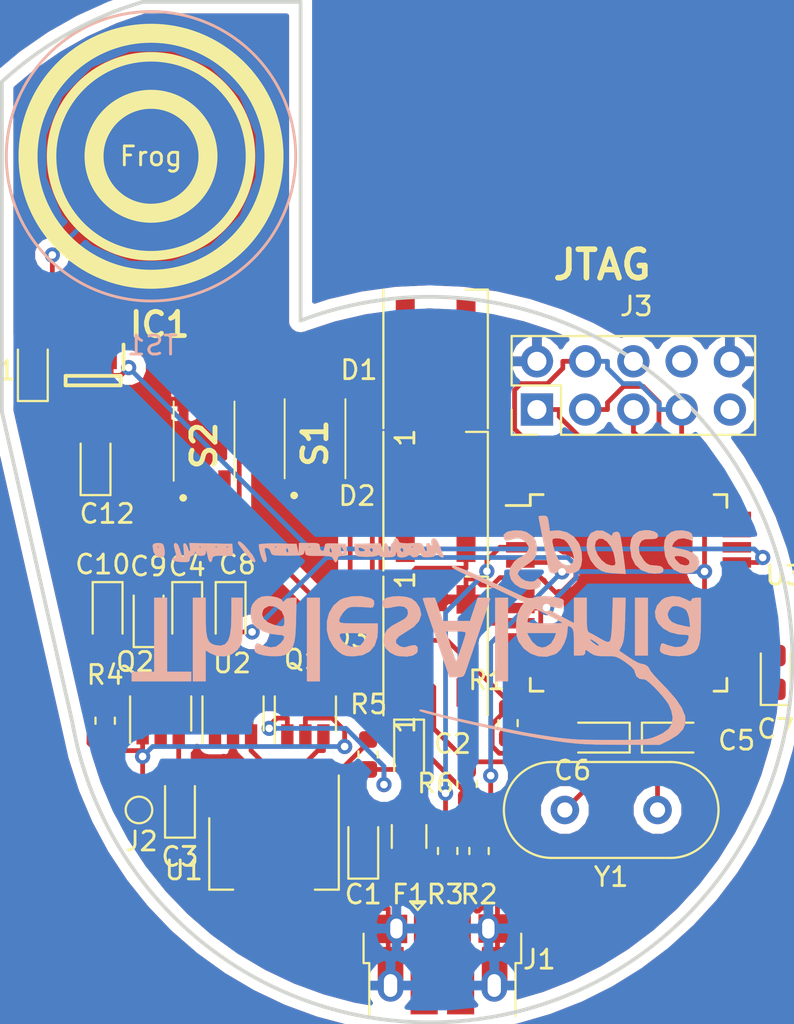
<source format=kicad_pcb>
(kicad_pcb (version 20171130) (host pcbnew "(5.0.2)-1")
  (layers (0 F.Cu signal hide) (31 B.Cu signal hide) (34 B.Paste user) (35 F.Paste user) (36 B.SilkS user) (37 F.SilkS user) (38 B.Mask user) (39 F.Mask user) (44 Edge.Cuts user))
  (net 0 "")
  (net 1 GND)
  (net 2 "Net-(C1-Pad1)")
  (net 3 VBUS)
  (net 4 "Net-(C3-Pad2)")
  (net 5 +3V3)
  (net 6 "Net-(C5-Pad1)")
  (net 7 "Net-(C6-Pad1)")
  (net 8 +5V)
  (net 9 "Net-(D1-Pad4)")
  (net 10 "Net-(D1-Pad2)")
  (net 11 "Net-(D2-Pad2)")
  (net 12 "Net-(D3-Pad2)")
  (net 13 "Net-(J1-Pad2)")
  (net 14 "Net-(J1-Pad3)")
  (net 15 "Net-(J1-Pad4)")
  (net 16 /Vin)
  (net 17 "Net-(J3-Pad1)")
  (net 18 "Net-(J3-Pad3)")
  (net 19 "Net-(J3-Pad5)")
  (net 20 /reset)
  (net 21 "Net-(J3-Pad9)")
  (net 22 /Input_Interrupt)
  (net 23 /D+)
  (net 24 /D-)
  (net 25 "Net-(U2-Pad4)")
  (net 26 "Net-(U3-Pad1)")
  (net 27 "Net-(U3-Pad6)")
  (net 28 "Net-(U3-Pad9)")
  (net 29 "Net-(U3-Pad10)")
  (net 30 "Net-(U3-Pad11)")
  (net 31 "Net-(U3-Pad18)")
  (net 32 "Net-(U3-Pad19)")
  (net 33 "Net-(U3-Pad20)")
  (net 34 "Net-(U3-Pad21)")
  (net 35 "Net-(U3-Pad22)")
  (net 36 "Net-(U3-Pad25)")
  (net 37 "Net-(U3-Pad26)")
  (net 38 "Net-(U3-Pad27)")
  (net 39 "Net-(U3-Pad28)")
  (net 40 "Net-(U3-Pad29)")
  (net 41 "Net-(U3-Pad31)")
  (net 42 "Net-(U3-Pad32)")
  (net 43 "Net-(U3-Pad33)")
  (net 44 "Net-(U3-Pad40)")
  (net 45 "Net-(U3-Pad41)")
  (net 46 /Cap-TouchSensor)
  (net 47 /Input_Int_Touch)
  (module SamacSys_Parts:PTS810SJG250SMTRLFS (layer F.Cu) (at 136.525 103.886 90)
    (fp_text reference S1 (at -0.25 0 90) (layer F.SilkS) (effects (font (size 1.27 1.27) (thickness 0.254))))
    (fp_text value PTS810SJG250SMTRLFS hide)
    (pad 4 smd rect (at 2.075 1.075 180) (size 0.65 1.05) (layers F.Cu F.Paste F.Mask) (net 22 /Input_Interrupt))
    (pad 3 smd rect (at -2.075 1.075 180) (size 0.65 1.05) (layers F.Cu F.Paste F.Mask) (net 22 /Input_Interrupt))
    (pad 2 smd rect (at 2.075 -1.075 180) (size 0.65 1.05) (layers F.Cu F.Paste F.Mask) (net 1 GND))
    (pad 1 smd rect (at -2.075 -1.075 180) (size 0.65 1.05) (layers F.Cu F.Paste F.Mask) (net 1 GND))
  )
  (module SamacSys_Parts:PTS810SJG250SMTRLFS (layer F.Cu) (at 130.683 104.013 90)
    (fp_text reference S2 (at -0.25 0 90) (layer F.SilkS) (effects (font (size 1.27 1.27) (thickness 0.254))))
    (fp_text value PTS810SJG250SMTRLFS hide)
    (pad 1 smd rect (at -2.075 -1.075 180) (size 0.65 1.05) (layers F.Cu F.Paste F.Mask) (net 1 GND))
    (pad 2 smd rect (at 2.075 -1.075 180) (size 0.65 1.05) (layers F.Cu F.Paste F.Mask) (net 1 GND))
    (pad 3 smd rect (at -2.075 1.075 180) (size 0.65 1.05) (layers F.Cu F.Paste F.Mask) (net 20 /reset))
    (pad 4 smd rect (at 2.075 1.075 180) (size 0.65 1.05) (layers F.Cu F.Paste F.Mask) (net 20 /reset))
  )
  (module FTA_FrogINT_Library_Footprint_Package:CP_EIA-2012-12_Kemet-R (layer F.Cu) (at 139.065 125.349 90)
    (fp_text reference C1 (at -2.54 0 180) (layer F.SilkS))
    (fp_text value 22µF)
    (pad 2 smd roundrect (at 0.8875 0 90) (size 1.125 1.05) (layers F.Cu F.Paste F.Mask) (roundrect_rratio 0.238095) (net 1 GND))
    (pad 1 smd roundrect (at -0.8875 0 90) (size 1.125 1.05) (layers F.Cu F.Paste F.Mask) (roundrect_rratio 0.238095) (net 2 "Net-(C1-Pad1)"))
  )
  (module FTA_FrogINT_Library_Footprint_Package:CP_EIA-2012-12_Kemet-R (layer F.Cu) (at 141.478 120.396 270)
    (fp_text reference C2 (at -0.4318 -2.286) (layer F.SilkS))
    (fp_text value 100nF)
    (pad 2 smd roundrect (at 0.8875 0 270) (size 1.125 1.05) (layers F.Cu F.Paste F.Mask) (roundrect_rratio 0.238095) (net 3 VBUS))
    (pad 1 smd roundrect (at -0.8875 0 270) (size 1.125 1.05) (layers F.Cu F.Paste F.Mask) (roundrect_rratio 0.238095) (net 1 GND))
  )
  (module FTA_FrogINT_Library_Footprint_Package:CP_EIA-2012-12_Kemet-R (layer F.Cu) (at 129.413 123.19 90)
    (fp_text reference C3 (at -2.7178 0 180) (layer F.SilkS))
    (fp_text value 100nF)
    (pad 2 smd roundrect (at 0.8875 0 90) (size 1.125 1.05) (layers F.Cu F.Paste F.Mask) (roundrect_rratio 0.238095) (net 4 "Net-(C3-Pad2)"))
    (pad 1 smd roundrect (at -0.8875 0 90) (size 1.125 1.05) (layers F.Cu F.Paste F.Mask) (roundrect_rratio 0.238095) (net 1 GND))
  )
  (module FTA_FrogINT_Library_Footprint_Package:CP_EIA-2012-12_Kemet-R (layer F.Cu) (at 129.794 113.157 270)
    (fp_text reference C4 (at -2.54 0) (layer F.SilkS))
    (fp_text value 0.1µF)
    (pad 2 smd roundrect (at 0.8875 0 270) (size 1.125 1.05) (layers F.Cu F.Paste F.Mask) (roundrect_rratio 0.238095) (net 5 +3V3))
    (pad 1 smd roundrect (at -0.8875 0 270) (size 1.125 1.05) (layers F.Cu F.Paste F.Mask) (roundrect_rratio 0.238095) (net 1 GND))
  )
  (module FTA_FrogINT_Library_Footprint_Package:CP_EIA-2012-12_Kemet-R (layer F.Cu) (at 155.448 119.634)
    (fp_text reference C5 (at 3.2766 0.1524) (layer F.SilkS))
    (fp_text value 22pF)
    (pad 2 smd roundrect (at 0.8875 0) (size 1.125 1.05) (layers F.Cu F.Paste F.Mask) (roundrect_rratio 0.238095) (net 1 GND))
    (pad 1 smd roundrect (at -0.8875 0) (size 1.125 1.05) (layers F.Cu F.Paste F.Mask) (roundrect_rratio 0.238095) (net 6 "Net-(C5-Pad1)"))
  )
  (module FTA_FrogINT_Library_Footprint_Package:CP_EIA-2012-12_Kemet-R (layer F.Cu) (at 151.384 119.634 180)
    (fp_text reference C6 (at 1.2954 -1.7272 180) (layer F.SilkS))
    (fp_text value 22pF)
    (pad 2 smd roundrect (at 0.8875 0 180) (size 1.125 1.05) (layers F.Cu F.Paste F.Mask) (roundrect_rratio 0.238095) (net 1 GND))
    (pad 1 smd roundrect (at -0.8875 0 180) (size 1.125 1.05) (layers F.Cu F.Paste F.Mask) (roundrect_rratio 0.238095) (net 7 "Net-(C6-Pad1)"))
  )
  (module FTA_FrogINT_Library_Footprint_Package:CP_EIA-2012-12_Kemet-R (layer F.Cu) (at 160.782 116.205 90)
    (fp_text reference C7 (at -2.9718 0 180) (layer F.SilkS))
    (fp_text value 0.1µF)
    (pad 2 smd roundrect (at 0.8875 0 90) (size 1.125 1.05) (layers F.Cu F.Paste F.Mask) (roundrect_rratio 0.238095) (net 5 +3V3))
    (pad 1 smd roundrect (at -0.8875 0 90) (size 1.125 1.05) (layers F.Cu F.Paste F.Mask) (roundrect_rratio 0.238095) (net 1 GND))
  )
  (module FTA_FrogINT_Library_Footprint_Package:CP_EIA-2012-12_Kemet-R (layer F.Cu) (at 132.08 113.157 270)
    (fp_text reference C8 (at -2.6416 -0.3556 180) (layer F.SilkS))
    (fp_text value 1µF)
    (pad 2 smd roundrect (at 0.8875 0 270) (size 1.125 1.05) (layers F.Cu F.Paste F.Mask) (roundrect_rratio 0.238095) (net 5 +3V3))
    (pad 1 smd roundrect (at -0.8875 0 270) (size 1.125 1.05) (layers F.Cu F.Paste F.Mask) (roundrect_rratio 0.238095) (net 1 GND))
  )
  (module FTA_FrogINT_Library_Footprint_Package:CP_EIA-2012-12_Kemet-R (layer F.Cu) (at 127.762 113.157 90)
    (fp_text reference C9 (at 2.54 0 180) (layer F.SilkS))
    (fp_text value 22µF)
    (pad 2 smd roundrect (at 0.8875 0 90) (size 1.125 1.05) (layers F.Cu F.Paste F.Mask) (roundrect_rratio 0.238095) (net 1 GND))
    (pad 1 smd roundrect (at -0.8875 0 90) (size 1.125 1.05) (layers F.Cu F.Paste F.Mask) (roundrect_rratio 0.238095) (net 8 +5V))
  )
  (module FTA_FrogINT_Library_Footprint_Package:CP_EIA-2012-12_Kemet-R (layer F.Cu) (at 125.603 113.157 270)
    (fp_text reference C10 (at -2.6416 0.254) (layer F.SilkS))
    (fp_text value 100nF)
    (pad 2 smd roundrect (at 0.8875 0 270) (size 1.125 1.05) (layers F.Cu F.Paste F.Mask) (roundrect_rratio 0.238095) (net 8 +5V))
    (pad 1 smd roundrect (at -0.8875 0 270) (size 1.125 1.05) (layers F.Cu F.Paste F.Mask) (roundrect_rratio 0.238095) (net 1 GND))
  )
  (module FTA_FrogINT_Library_Footprint_Package:CP_EIA-2012-12_Kemet-R (layer F.Cu) (at 121.666 100.203 90)
    (fp_text reference C11 (at -0.1016 -2.3368 180) (layer F.SilkS))
    (fp_text value 22pF)
    (pad 2 smd roundrect (at 0.8875 0 90) (size 1.125 1.05) (layers F.Cu F.Paste F.Mask) (roundrect_rratio 0.238095) (net 46 /Cap-TouchSensor))
    (pad 1 smd roundrect (at -0.8875 0 90) (size 1.125 1.05) (layers F.Cu F.Paste F.Mask) (roundrect_rratio 0.238095) (net 1 GND))
  )
  (module FTA_FrogINT_Library_Footprint_Package:CP_EIA-2012-12_Kemet-R (layer F.Cu) (at 124.968 105.156 90)
    (fp_text reference C12 (at -2.6924 0.6096 180) (layer F.SilkS))
    (fp_text value 100nF)
    (pad 2 smd roundrect (at 0.8875 0 90) (size 1.125 1.05) (layers F.Cu F.Paste F.Mask) (roundrect_rratio 0.238095) (net 8 +5V))
    (pad 1 smd roundrect (at -0.8875 0 90) (size 1.125 1.05) (layers F.Cu F.Paste F.Mask) (roundrect_rratio 0.238095) (net 1 GND))
  )
  (module FTA_FrogINT_Library_Footprint_Package:LED_WS2812B_PLCC4_5.0x5.0mm_P3.2mm (layer F.Cu) (at 142.875 99.695 90)
    (fp_text reference D1 (at -0.5842 -4.0386 180) (layer F.SilkS))
    (fp_text value WS2812B)
    (fp_text user 1 (at -4.15 -1.6 90) (layer F.SilkS))
    (pad 1 smd rect (at -2.45 -1.6 90) (size 1.5 1) (layers F.Cu F.Paste F.Mask) (net 5 +3V3))
    (pad 2 smd rect (at -2.45 1.6 90) (size 1.5 1) (layers F.Cu F.Paste F.Mask) (net 10 "Net-(D1-Pad2)"))
    (pad 4 smd rect (at 2.45 -1.6 90) (size 1.5 1) (layers F.Cu F.Paste F.Mask) (net 9 "Net-(D1-Pad4)"))
    (pad 3 smd rect (at 2.45 1.6 90) (size 1.5 1) (layers F.Cu F.Paste F.Mask) (net 1 GND))
  )
  (module FTA_FrogINT_Library_Footprint_Package:LED_WS2812B_PLCC4_5.0x5.0mm_P3.2mm (layer F.Cu) (at 142.875 107.188 90)
    (fp_text reference D2 (at 0.2794 -4.1402 180) (layer F.SilkS))
    (fp_text value WS2812B)
    (fp_text user 1 (at -4.15 -1.6 90) (layer F.SilkS))
    (pad 1 smd rect (at -2.45 -1.6 90) (size 1.5 1) (layers F.Cu F.Paste F.Mask) (net 5 +3V3))
    (pad 2 smd rect (at -2.45 1.6 90) (size 1.5 1) (layers F.Cu F.Paste F.Mask) (net 11 "Net-(D2-Pad2)"))
    (pad 4 smd rect (at 2.45 -1.6 90) (size 1.5 1) (layers F.Cu F.Paste F.Mask) (net 10 "Net-(D1-Pad2)"))
    (pad 3 smd rect (at 2.45 1.6 90) (size 1.5 1) (layers F.Cu F.Paste F.Mask) (net 1 GND))
  )
  (module FTA_FrogINT_Library_Footprint_Package:LED_WS2812B_PLCC4_5.0x5.0mm_P3.2mm (layer F.Cu) (at 142.875 114.808 90)
    (fp_text reference D3 (at 0.4064 -4.4704 180) (layer F.SilkS))
    (fp_text value WS2812B)
    (fp_text user 1 (at -4.15 -1.6 90) (layer F.SilkS))
    (pad 1 smd rect (at -2.45 -1.6 90) (size 1.5 1) (layers F.Cu F.Paste F.Mask) (net 5 +3V3))
    (pad 2 smd rect (at -2.45 1.6 90) (size 1.5 1) (layers F.Cu F.Paste F.Mask) (net 12 "Net-(D3-Pad2)"))
    (pad 4 smd rect (at 2.45 -1.6 90) (size 1.5 1) (layers F.Cu F.Paste F.Mask) (net 11 "Net-(D2-Pad2)"))
    (pad 3 smd rect (at 2.45 1.6 90) (size 1.5 1) (layers F.Cu F.Paste F.Mask) (net 1 GND))
  )
  (module Fuse:Fuse_1206_3216Metric (layer F.Cu) (at 141.478 124.841 270)
    (fp_text reference F1 (at 3.048 0) (layer F.SilkS))
    (fp_text value "Polyfuse MF-MSMF050-2")
    (pad 2 smd roundrect (at 1.4 0 270) (size 1.25 1.75) (layers F.Cu F.Paste F.Mask) (roundrect_rratio 0.2) (net 2 "Net-(C1-Pad1)"))
    (pad 1 smd roundrect (at -1.4 0 270) (size 1.25 1.75) (layers F.Cu F.Paste F.Mask) (roundrect_rratio 0.2) (net 3 VBUS))
  )
  (module Connector_USB:USB_Micro-B_Amphenol_10103594-0001LF_Horizontal (layer F.Cu) (at 143.256 131.572)
    (fp_text reference J1 (at 5.08 -0.254 180) (layer F.SilkS))
    (fp_text value USB_B_Mini)
    (pad 6 smd rect (at 0.935 1.385 90) (size 2.5 1.43) (layers F.Cu F.Paste F.Mask) (net 1 GND))
    (pad 6 smd rect (at -0.985 1.385 90) (size 2.5 1.43) (layers F.Cu F.Paste F.Mask) (net 1 GND))
    (pad 6 thru_hole oval (at 2.705 1.115 90) (size 1.7 1.35) (drill oval 1.2 0.7) (layers *.Cu *.Mask) (net 1 GND))
    (pad 6 thru_hole oval (at -2.755 1.115 90) (size 1.7 1.35) (drill oval 1.2 0.7) (layers *.Cu *.Mask) (net 1 GND))
    (pad 6 thru_hole oval (at 2.395 -1.885 90) (size 1.5 1.1) (drill oval 1.05 0.65) (layers *.Cu *.Mask) (net 1 GND))
    (pad 6 thru_hole oval (at -2.445 -1.885 90) (size 1.5 1.1) (drill oval 1.05 0.65) (layers *.Cu *.Mask) (net 1 GND))
    (pad 5 smd rect (at 1.275 -1.765 90) (size 1.65 0.4) (layers F.Cu F.Paste F.Mask) (net 1 GND))
    (pad 4 smd rect (at 0.625 -1.765 90) (size 1.65 0.4) (layers F.Cu F.Paste F.Mask) (net 15 "Net-(J1-Pad4)"))
    (pad 3 smd rect (at -0.025 -1.765 90) (size 1.65 0.4) (layers F.Cu F.Paste F.Mask) (net 14 "Net-(J1-Pad3)"))
    (pad 2 smd rect (at -0.675 -1.765 90) (size 1.65 0.4) (layers F.Cu F.Paste F.Mask) (net 13 "Net-(J1-Pad2)"))
    (pad 1 smd rect (at -1.325 -1.765 90) (size 1.65 0.4) (layers F.Cu F.Paste F.Mask) (net 2 "Net-(C1-Pad1)"))
    (pad 6 smd rect (at 2.875 -1.885) (size 2 1.5) (layers F.Cu F.Paste F.Mask) (net 1 GND))
    (pad 6 smd rect (at -2.875 -1.865) (size 2 1.5) (layers F.Cu F.Paste F.Mask) (net 1 GND))
    (pad 6 smd rect (at 2.975 -0.565) (size 1.825 0.7) (layers F.Cu F.Paste F.Mask) (net 1 GND))
    (pad 6 smd rect (at -2.975 -0.565) (size 1.825 0.7) (layers F.Cu F.Paste F.Mask) (net 1 GND))
    (pad 6 smd rect (at -2.755 0.185) (size 1.35 2) (layers F.Cu F.Paste F.Mask) (net 1 GND))
    (pad 6 smd rect (at 2.725 0.185) (size 1.35 2) (layers F.Cu F.Paste F.Mask) (net 1 GND))
  )
  (module FTA_FrogINT_Library_Footprint_Package:PinHeader_2x05_P2.54mm_Vertical (layer F.Cu) (at 148.209 102.362 90)
    (fp_text reference J3 (at 5.4356 5.2324 180) (layer F.SilkS))
    (fp_text value AVR-JTAG-10)
    (pad 10 thru_hole oval (at 2.54 10.16 90) (size 1.7 1.7) (drill 1) (layers *.Cu *.Mask) (net 1 GND))
    (pad 9 thru_hole oval (at 0 10.16 90) (size 1.7 1.7) (drill 1) (layers *.Cu *.Mask) (net 21 "Net-(J3-Pad9)"))
    (pad 8 thru_hole oval (at 2.54 7.62 90) (size 1.7 1.7) (drill 1) (layers *.Cu *.Mask) (net 20 /reset))
    (pad 7 thru_hole oval (at 0 7.62 90) (size 1.7 1.7) (drill 1) (layers *.Cu *.Mask) (net 5 +3V3))
    (pad 6 thru_hole oval (at 2.54 5.08 90) (size 1.7 1.7) (drill 1) (layers *.Cu *.Mask) (net 20 /reset))
    (pad 5 thru_hole oval (at 0 5.08 90) (size 1.7 1.7) (drill 1) (layers *.Cu *.Mask) (net 19 "Net-(J3-Pad5)"))
    (pad 4 thru_hole oval (at 2.54 2.54 90) (size 1.7 1.7) (drill 1) (layers *.Cu *.Mask) (net 5 +3V3))
    (pad 3 thru_hole oval (at 0 2.54 90) (size 1.7 1.7) (drill 1) (layers *.Cu *.Mask) (net 18 "Net-(J3-Pad3)"))
    (pad 2 thru_hole oval (at 2.54 0 90) (size 1.7 1.7) (drill 1) (layers *.Cu *.Mask) (net 1 GND))
    (pad 1 thru_hole rect (at 0 0 90) (size 1.7 1.7) (drill 1) (layers *.Cu *.Mask) (net 17 "Net-(J3-Pad1)"))
  )
  (module Package_TO_SOT_SMD:SOT-23-6 (layer F.Cu) (at 136.017 118.364 90)
    (fp_text reference Q1 (at 2.8448 -0.127 180) (layer F.SilkS))
    (fp_text value PMV48XP)
    (pad 5 smd rect (at 1.1 0 90) (size 1.06 0.65) (layers F.Cu F.Paste F.Mask))
    (pad 6 smd rect (at 1.1 -0.95 90) (size 1.06 0.65) (layers F.Cu F.Paste F.Mask))
    (pad 4 smd rect (at 1.1 0.95 90) (size 1.06 0.65) (layers F.Cu F.Paste F.Mask))
    (pad 3 smd rect (at -1.1 0.95 90) (size 1.06 0.65) (layers F.Cu F.Paste F.Mask) (net 8 +5V))
    (pad 2 smd rect (at -1.1 0 90) (size 1.06 0.65) (layers F.Cu F.Paste F.Mask) (net 16 /Vin))
    (pad 1 smd rect (at -1.1 -0.95 90) (size 1.06 0.65) (layers F.Cu F.Paste F.Mask) (net 3 VBUS))
  )
  (module Package_TO_SOT_SMD:SOT-23-6 (layer F.Cu) (at 128.397 118.364 90)
    (fp_text reference Q2 (at 2.7178 -1.3462 180) (layer F.SilkS))
    (fp_text value PMV48XP)
    (pad 5 smd rect (at 1.1 0 90) (size 1.06 0.65) (layers F.Cu F.Paste F.Mask))
    (pad 6 smd rect (at 1.1 -0.95 90) (size 1.06 0.65) (layers F.Cu F.Paste F.Mask))
    (pad 4 smd rect (at 1.1 0.95 90) (size 1.06 0.65) (layers F.Cu F.Paste F.Mask))
    (pad 3 smd rect (at -1.1 0.95 90) (size 1.06 0.65) (layers F.Cu F.Paste F.Mask) (net 4 "Net-(C3-Pad2)"))
    (pad 2 smd rect (at -1.1 0 90) (size 1.06 0.65) (layers F.Cu F.Paste F.Mask) (net 8 +5V))
    (pad 1 smd rect (at -1.1 -0.95 90) (size 1.06 0.65) (layers F.Cu F.Paste F.Mask) (net 16 /Vin))
  )
  (module FTA_FrogINT_Library_Footprint_Package:R_0603_1608Metric (layer F.Cu) (at 146.685 118.872 90)
    (fp_text reference R1 (at 2.2606 -1.1176 180) (layer F.SilkS))
    (fp_text value 10k)
    (pad 2 smd roundrect (at 0.7875 0 90) (size 0.875 0.95) (layers F.Cu F.Paste F.Mask) (net 22 /Input_Interrupt))
    (pad 1 smd roundrect (at -0.7875 0 90) (size 0.875 0.95) (layers F.Cu F.Paste F.Mask) (net 5 +3V3))
  )
  (module FTA_FrogINT_Library_Footprint_Package:R_0603_1608Metric (layer F.Cu) (at 145.161 125.603 270)
    (fp_text reference R2 (at 2.286 0) (layer F.SilkS))
    (fp_text value 22)
    (pad 2 smd roundrect (at 0.7875 0 270) (size 0.875 0.95) (layers F.Cu F.Paste F.Mask) (net 14 "Net-(J1-Pad3)"))
    (pad 1 smd roundrect (at -0.7875 0 270) (size 0.875 0.95) (layers F.Cu F.Paste F.Mask) (net 23 /D+))
  )
  (module FTA_FrogINT_Library_Footprint_Package:R_0603_1608Metric (layer F.Cu) (at 143.51 125.603 270)
    (fp_text reference R3 (at 2.286 0.127) (layer F.SilkS))
    (fp_text value 22)
    (pad 2 smd roundrect (at 0.7875 0 270) (size 0.875 0.95) (layers F.Cu F.Paste F.Mask) (net 13 "Net-(J1-Pad2)"))
    (pad 1 smd roundrect (at -0.7875 0 270) (size 0.875 0.95) (layers F.Cu F.Paste F.Mask) (net 24 /D-))
  )
  (module FTA_FrogINT_Library_Footprint_Package:R_0603_1608Metric (layer F.Cu) (at 125.476 118.745 90)
    (fp_text reference R4 (at 2.413 0 180) (layer F.SilkS))
    (fp_text value 10k)
    (pad 2 smd roundrect (at 0.7875 0 90) (size 0.875 0.95) (layers F.Cu F.Paste F.Mask) (net 1 GND))
    (pad 1 smd roundrect (at -0.7875 0 90) (size 0.875 0.95) (layers F.Cu F.Paste F.Mask) (net 16 /Vin))
  )
  (module FTA_FrogINT_Library_Footprint_Package:R_0603_1608Metric (layer F.Cu) (at 139.319 120.523 90)
    (fp_text reference R5 (at 2.6416 0.0254 180) (layer F.SilkS))
    (fp_text value 10k)
    (pad 2 smd roundrect (at 0.7875 0 90) (size 0.875 0.95) (layers F.Cu F.Paste F.Mask) (net 1 GND))
    (pad 1 smd roundrect (at -0.7875 0 90) (size 0.875 0.95) (layers F.Cu F.Paste F.Mask) (net 3 VBUS))
  )
  (module FTA_FrogINT_Library_Footprint_Package:R_0603_1608Metric (layer F.Cu) (at 144.526 122.072 90)
    (fp_text reference R6 (at 0.0255 -1.651 180) (layer F.SilkS))
    (fp_text value 10k)
    (pad 2 smd roundrect (at 0.7875 0 90) (size 0.875 0.95) (layers F.Cu F.Paste F.Mask) (net 20 /reset))
    (pad 1 smd roundrect (at -0.7875 0 90) (size 0.875 0.95) (layers F.Cu F.Paste F.Mask) (net 5 +3V3))
  )
  (module FTA_FrogINT_Library_Footprint_Package:CapacitiveTouchSense_Bottom_10mm (layer F.Cu) (at 127.889 89.027)
    (fp_text reference TS1 (at 0.0762 9.9568) (layer B.SilkS) (effects (justify mirror)))
    (fp_text value TouchSense)
    (fp_text user Frog (at 0 0) (layer F.SilkS))
    (pad 1 smd circle (at 0 0) (size 10 10) (layers B.Cu B.Paste B.Mask) (net 46 /Cap-TouchSensor))
  )
  (module Package_TO_SOT_SMD:SOT-223-3_TabPin2 (layer F.Cu) (at 134.366 125.73 270)
    (fp_text reference U1 (at 0.889 4.7498) (layer F.SilkS))
    (fp_text value NCP1117-5.0_SOT223)
    (pad 1 smd rect (at -3.15 -2.3 270) (size 2 1.5) (layers F.Cu F.Paste F.Mask) (net 1 GND))
    (pad 3 smd rect (at -3.15 2.3 270) (size 2 1.5) (layers F.Cu F.Paste F.Mask) (net 4 "Net-(C3-Pad2)"))
    (pad 2 smd rect (at -3.15 0 270) (size 2 1.5) (layers F.Cu F.Paste F.Mask) (net 8 +5V))
    (pad 2 smd rect (at 3.15 0 270) (size 2 3.8) (layers F.Cu F.Paste F.Mask) (net 8 +5V))
  )
  (module Package_TO_SOT_SMD:SOT-23-5 (layer F.Cu) (at 132.207 118.364 90)
    (fp_text reference U2 (at 2.6416 -0.0508 180) (layer F.SilkS))
    (fp_text value LP2985-3.3)
    (pad 5 smd rect (at 1.1 -0.95 90) (size 1.06 0.65) (layers F.Cu F.Paste F.Mask) (net 5 +3V3))
    (pad 4 smd rect (at 1.1 0.95 90) (size 1.06 0.65) (layers F.Cu F.Paste F.Mask) (net 25 "Net-(U2-Pad4)"))
    (pad 3 smd rect (at -1.1 0.95 90) (size 1.06 0.65) (layers F.Cu F.Paste F.Mask) (net 8 +5V))
    (pad 2 smd rect (at -1.1 0 90) (size 1.06 0.65) (layers F.Cu F.Paste F.Mask) (net 1 GND))
    (pad 1 smd rect (at -1.1 -0.95 90) (size 1.06 0.65) (layers F.Cu F.Paste F.Mask) (net 8 +5V))
  )
  (module FTA_FrogINT_Library_Footprint_Package:TQFP-44_10x10mm_P0.8mm (layer F.Cu) (at 153.035 112.014)
    (fp_text reference U3 (at 8.2042 -0.9144) (layer F.SilkS))
    (fp_text value ATmega16U4RC-AU)
    (pad 44 smd rect (at -4 -5.7 90) (size 1.5 0.55) (layers F.Cu F.Paste F.Mask) (net 5 +3V3))
    (pad 43 smd rect (at -3.2 -5.7 90) (size 1.5 0.55) (layers F.Cu F.Paste F.Mask) (net 1 GND))
    (pad 42 smd rect (at -2.4 -5.7 90) (size 1.5 0.55) (layers F.Cu F.Paste F.Mask) (net 5 +3V3))
    (pad 41 smd rect (at -1.6 -5.7 90) (size 1.5 0.55) (layers F.Cu F.Paste F.Mask) (net 45 "Net-(U3-Pad41)"))
    (pad 40 smd rect (at -0.8 -5.7 90) (size 1.5 0.55) (layers F.Cu F.Paste F.Mask) (net 44 "Net-(U3-Pad40)"))
    (pad 39 smd rect (at 0 -5.7 90) (size 1.5 0.55) (layers F.Cu F.Paste F.Mask) (net 17 "Net-(J3-Pad1)"))
    (pad 38 smd rect (at 0.8 -5.7 90) (size 1.5 0.55) (layers F.Cu F.Paste F.Mask) (net 19 "Net-(J3-Pad5)"))
    (pad 37 smd rect (at 1.6 -5.7 90) (size 1.5 0.55) (layers F.Cu F.Paste F.Mask) (net 18 "Net-(J3-Pad3)"))
    (pad 36 smd rect (at 2.4 -5.7 90) (size 1.5 0.55) (layers F.Cu F.Paste F.Mask) (net 21 "Net-(J3-Pad9)"))
    (pad 35 smd rect (at 3.2 -5.7 90) (size 1.5 0.55) (layers F.Cu F.Paste F.Mask) (net 1 GND))
    (pad 34 smd rect (at 4 -5.7 90) (size 1.5 0.55) (layers F.Cu F.Paste F.Mask) (net 5 +3V3))
    (pad 33 smd rect (at 5.7 -4) (size 1.5 0.55) (layers F.Cu F.Paste F.Mask) (net 43 "Net-(U3-Pad33)"))
    (pad 32 smd rect (at 5.7 -3.2) (size 1.5 0.55) (layers F.Cu F.Paste F.Mask) (net 42 "Net-(U3-Pad32)"))
    (pad 31 smd rect (at 5.7 -2.4) (size 1.5 0.55) (layers F.Cu F.Paste F.Mask) (net 41 "Net-(U3-Pad31)"))
    (pad 30 smd rect (at 5.7 -1.6) (size 1.5 0.55) (layers F.Cu F.Paste F.Mask) (net 47 /Input_Int_Touch))
    (pad 29 smd rect (at 5.7 -0.8) (size 1.5 0.55) (layers F.Cu F.Paste F.Mask) (net 40 "Net-(U3-Pad29)"))
    (pad 28 smd rect (at 5.7 0) (size 1.5 0.55) (layers F.Cu F.Paste F.Mask) (net 39 "Net-(U3-Pad28)"))
    (pad 27 smd rect (at 5.7 0.8) (size 1.5 0.55) (layers F.Cu F.Paste F.Mask) (net 38 "Net-(U3-Pad27)"))
    (pad 26 smd rect (at 5.7 1.6) (size 1.5 0.55) (layers F.Cu F.Paste F.Mask) (net 37 "Net-(U3-Pad26)"))
    (pad 25 smd rect (at 5.7 2.4) (size 1.5 0.55) (layers F.Cu F.Paste F.Mask) (net 36 "Net-(U3-Pad25)"))
    (pad 24 smd rect (at 5.7 3.2) (size 1.5 0.55) (layers F.Cu F.Paste F.Mask) (net 5 +3V3))
    (pad 23 smd rect (at 5.7 4) (size 1.5 0.55) (layers F.Cu F.Paste F.Mask) (net 1 GND))
    (pad 22 smd rect (at 4 5.7 90) (size 1.5 0.55) (layers F.Cu F.Paste F.Mask) (net 35 "Net-(U3-Pad22)"))
    (pad 21 smd rect (at 3.2 5.7 90) (size 1.5 0.55) (layers F.Cu F.Paste F.Mask) (net 34 "Net-(U3-Pad21)"))
    (pad 20 smd rect (at 2.4 5.7 90) (size 1.5 0.55) (layers F.Cu F.Paste F.Mask) (net 33 "Net-(U3-Pad20)"))
    (pad 19 smd rect (at 1.6 5.7 90) (size 1.5 0.55) (layers F.Cu F.Paste F.Mask) (net 32 "Net-(U3-Pad19)"))
    (pad 18 smd rect (at 0.8 5.7 90) (size 1.5 0.55) (layers F.Cu F.Paste F.Mask) (net 31 "Net-(U3-Pad18)"))
    (pad 17 smd rect (at 0 5.7 90) (size 1.5 0.55) (layers F.Cu F.Paste F.Mask) (net 6 "Net-(C5-Pad1)"))
    (pad 16 smd rect (at -0.8 5.7 90) (size 1.5 0.55) (layers F.Cu F.Paste F.Mask) (net 7 "Net-(C6-Pad1)"))
    (pad 15 smd rect (at -1.6 5.7 90) (size 1.5 0.55) (layers F.Cu F.Paste F.Mask) (net 1 GND))
    (pad 14 smd rect (at -2.4 5.7 90) (size 1.5 0.55) (layers F.Cu F.Paste F.Mask) (net 5 +3V3))
    (pad 13 smd rect (at -3.2 5.7 90) (size 1.5 0.55) (layers F.Cu F.Paste F.Mask) (net 20 /reset))
    (pad 12 smd rect (at -4 5.7 90) (size 1.5 0.55) (layers F.Cu F.Paste F.Mask) (net 22 /Input_Interrupt))
    (pad 11 smd rect (at -5.7 4) (size 1.5 0.55) (layers F.Cu F.Paste F.Mask) (net 30 "Net-(U3-Pad11)"))
    (pad 10 smd rect (at -5.7 3.2) (size 1.5 0.55) (layers F.Cu F.Paste F.Mask) (net 29 "Net-(U3-Pad10)"))
    (pad 9 smd rect (at -5.7 2.4) (size 1.5 0.55) (layers F.Cu F.Paste F.Mask) (net 28 "Net-(U3-Pad9)"))
    (pad 8 smd rect (at -5.7 1.6) (size 1.5 0.55) (layers F.Cu F.Paste F.Mask) (net 9 "Net-(D1-Pad4)"))
    (pad 7 smd rect (at -5.7 0.8) (size 1.5 0.55) (layers F.Cu F.Paste F.Mask) (net 5 +3V3))
    (pad 6 smd rect (at -5.7 0) (size 1.5 0.55) (layers F.Cu F.Paste F.Mask) (net 27 "Net-(U3-Pad6)"))
    (pad 5 smd rect (at -5.7 -0.8) (size 1.5 0.55) (layers F.Cu F.Paste F.Mask) (net 1 GND))
    (pad 4 smd rect (at -5.7 -1.6) (size 1.5 0.55) (layers F.Cu F.Paste F.Mask) (net 23 /D+))
    (pad 3 smd rect (at -5.7 -2.4) (size 1.5 0.55) (layers F.Cu F.Paste F.Mask) (net 24 /D-))
    (pad 2 smd rect (at -5.7 -3.2) (size 1.5 0.55) (layers F.Cu F.Paste F.Mask) (net 5 +3V3))
    (pad 1 smd rect (at -5.7 -4) (size 1.5 0.55) (layers F.Cu F.Paste F.Mask) (net 26 "Net-(U3-Pad1)"))
  )
  (module FTA_FrogINT_Library_Footprint_Package:Crystal_HC49-U_Vertical (layer F.Cu) (at 154.559 123.444 180)
    (fp_text reference Y1 (at 2.44 -3.525 180) (layer F.SilkS))
    (fp_text value 16MHz)
    (pad 2 thru_hole circle (at 4.88 0 180) (size 1.5 1.5) (drill 0.8) (layers *.Cu *.Mask) (net 7 "Net-(C6-Pad1)"))
    (pad 1 thru_hole circle (at 0 0 180) (size 1.5 1.5) (drill 0.8) (layers *.Cu *.Mask) (net 6 "Net-(C5-Pad1)"))
  )
  (module SamacSys_Parts:SOT95P285X126-6N (layer F.Cu) (at 124.841 100.838 270)
    (fp_text reference IC1 (at -2.9464 -3.5052) (layer F.SilkS) (effects (font (size 1.27 1.27) (thickness 0.254))))
    (fp_text value TTP223-BA6 hide)
    (pad 6 smd rect (at 1.25 -0.95) (size 0.6 1.3) (layers F.Cu F.Paste F.Mask) (net 1 GND))
    (pad 5 smd rect (at 1.25 0) (size 0.6 1.3) (layers F.Cu F.Paste F.Mask) (net 8 +5V))
    (pad 4 smd rect (at 1.25 0.95) (size 0.6 1.3) (layers F.Cu F.Paste F.Mask) (net 1 GND))
    (pad 3 smd rect (at -1.25 0.95) (size 0.6 1.3) (layers F.Cu F.Paste F.Mask) (net 46 /Cap-TouchSensor))
    (pad 2 smd rect (at -1.25 0) (size 0.6 1.3) (layers F.Cu F.Paste F.Mask) (net 1 GND))
    (pad 1 smd rect (at -1.25 -0.95) (size 0.6 1.3) (layers F.Cu F.Paste F.Mask) (net 47 /Input_Int_Touch))
  )
  (module TestPoint:TestPoint_Pad_D1.0mm (layer F.Cu) (at 127.254 123.444 180)
    (fp_text reference J2 (at -0.127 -1.651 180) (layer F.SilkS))
    (fp_text value Conn_01x01_Female)
    (pad 1 smd circle (at 0 0 180) (size 1 1) (layers F.Cu F.Mask) (net 16 /Vin))
  )
  (module FTA_FrogINT_Library_Footprint_Package:Logo_Thales_Silk_Bottom (layer F.Cu) (at 141.859 114.046)
    (fp_text reference G*** hide)
    (fp_text value LOGO hide)
  )
  (gr_arc (start 132.894835 99.132855) (end 127.443439 80.899) (angle -25.85770749) (layer Edge.Cuts) (width 0.2))
  (gr_line (start 120.036762 85.102133) (end 120.036762 102.47581) (layer Edge.Cuts) (width 0.2))
  (gr_line (start 135.763 80.899) (end 127.443439 80.899) (layer Edge.Cuts) (width 0.2))
  (gr_line (start 120.036762 102.47581) (end 123.749527 118.844179) (layer Edge.Cuts) (width 0.2))
  (gr_arc (start 142.559374 115.527607) (end 123.749527 118.844179) (angle -280.8447179) (layer Edge.Cuts) (width 0.2))
  (gr_line (start 135.763 80.899) (end 135.763 97.677696) (layer Edge.Cuts) (width 0.2))
  (gr_text JTAG (at 151.638 94.742) (layer F.SilkS) (effects (font (size 1.5 1.5) (thickness 0.3))))
  (segment (start 150.2599 107.3893) (end 149.9476 107.3893) (width 0.25) (layer F.Cu) (net 1))
  (segment (start 149.9476 107.3893) (end 149.835 107.2767) (width 0.25) (layer F.Cu) (net 1))
  (segment (start 156.235 107.3893) (end 150.2599 107.3893) (width 0.25) (layer F.Cu) (net 1))
  (segment (start 149.334 112.1376) (end 150.2599 111.2117) (width 0.25) (layer F.Cu) (net 1))
  (segment (start 150.2599 111.2117) (end 150.2599 107.3893) (width 0.25) (layer F.Cu) (net 1))
  (segment (start 149.334 112.1376) (end 151.435 114.2387) (width 0.25) (layer F.Cu) (net 1))
  (segment (start 151.435 114.2387) (end 151.435 116.014) (width 0.25) (layer F.Cu) (net 1))
  (segment (start 148.4103 111.214) (end 149.334 112.1376) (width 0.25) (layer F.Cu) (net 1))
  (segment (start 151.435 116.7513) (end 151.435 116.014) (width 0.25) (layer F.Cu) (net 1))
  (segment (start 158.735 116.014) (end 151.435 116.014) (width 0.25) (layer F.Cu) (net 1))
  (segment (start 144.475 98.3203) (end 143.3555 98.3203) (width 0.25) (layer F.Cu) (net 1))
  (segment (start 143.3555 98.3203) (end 139.9924 101.6834) (width 0.25) (layer F.Cu) (net 1))
  (segment (start 139.9924 101.6834) (end 139.9924 112.8427) (width 0.25) (layer F.Cu) (net 1))
  (segment (start 139.9924 112.8427) (end 140.5948 113.4451) (width 0.25) (layer F.Cu) (net 1))
  (segment (start 140.5948 113.4451) (end 141.9314 113.4451) (width 0.25) (layer F.Cu) (net 1))
  (segment (start 141.9314 113.4451) (end 143.0185 112.358) (width 0.25) (layer F.Cu) (net 1))
  (segment (start 143.0185 112.358) (end 144.475 112.358) (width 0.25) (layer F.Cu) (net 1))
  (segment (start 145.9767 99.822) (end 144.475 98.3203) (width 0.25) (layer F.Cu) (net 1))
  (segment (start 144.475 111.2827) (end 144.9539 111.2827) (width 0.25) (layer F.Cu) (net 1))
  (segment (start 144.9539 111.2827) (end 145.273 111.6018) (width 0.25) (layer F.Cu) (net 1))
  (segment (start 145.273 111.6018) (end 145.8739 111.6018) (width 0.25) (layer F.Cu) (net 1))
  (segment (start 145.8739 111.6018) (end 146.2617 111.214) (width 0.25) (layer F.Cu) (net 1))
  (segment (start 146.2617 111.214) (end 147.335 111.214) (width 0.25) (layer F.Cu) (net 1))
  (segment (start 151.435 117.714) (end 151.435 116.7513) (width 0.25) (layer F.Cu) (net 1))
  (segment (start 132.1257 124.0775) (end 129.413 124.0775) (width 0.25) (layer F.Cu) (net 1))
  (segment (start 132.207 120.3193) (end 133.1414 121.2537) (width 0.25) (layer F.Cu) (net 1))
  (segment (start 133.1414 121.2537) (end 133.1414 123.729) (width 0.25) (layer F.Cu) (net 1))
  (segment (start 133.1414 123.729) (end 132.7929 124.0775) (width 0.25) (layer F.Cu) (net 1))
  (segment (start 132.7929 124.0775) (end 132.1257 124.0775) (width 0.25) (layer F.Cu) (net 1))
  (segment (start 138.1712 126.8251) (end 138.1712 128.4349) (width 0.25) (layer F.Cu) (net 1))
  (segment (start 138.1712 128.4349) (end 136.3718 130.2343) (width 0.25) (layer F.Cu) (net 1))
  (segment (start 136.3718 130.2343) (end 132.3204 130.2343) (width 0.25) (layer F.Cu) (net 1))
  (segment (start 132.3204 130.2343) (end 132.1257 130.0396) (width 0.25) (layer F.Cu) (net 1))
  (segment (start 132.1257 130.0396) (end 132.1257 124.0775) (width 0.25) (layer F.Cu) (net 1))
  (segment (start 139.065 124.4615) (end 138.1712 125.3553) (width 0.25) (layer F.Cu) (net 1))
  (segment (start 138.1712 125.3553) (end 138.1712 126.8251) (width 0.25) (layer F.Cu) (net 1))
  (segment (start 138.1712 126.8251) (end 139.9778 128.6317) (width 0.25) (layer F.Cu) (net 1))
  (segment (start 139.9778 128.6317) (end 140.381 128.6317) (width 0.25) (layer F.Cu) (net 1))
  (segment (start 144.475 112.358) (end 144.475 111.2827) (width 0.25) (layer F.Cu) (net 1))
  (segment (start 147.8727 111.214) (end 147.335 111.214) (width 0.25) (layer F.Cu) (net 1))
  (segment (start 147.8727 111.214) (end 148.4103 111.214) (width 0.25) (layer F.Cu) (net 1))
  (segment (start 124.1914 106.0435) (end 124.1914 116.6729) (width 0.25) (layer F.Cu) (net 1))
  (segment (start 124.1914 116.6729) (end 125.476 117.9575) (width 0.25) (layer F.Cu) (net 1))
  (segment (start 123.891 102.088) (end 123.891 105.7431) (width 0.25) (layer F.Cu) (net 1))
  (segment (start 123.891 105.7431) (end 124.1914 106.0435) (width 0.25) (layer F.Cu) (net 1))
  (segment (start 124.1914 106.0435) (end 124.968 106.0435) (width 0.25) (layer F.Cu) (net 1))
  (segment (start 144.475 104.738) (end 145.9767 103.2363) (width 0.25) (layer F.Cu) (net 1))
  (segment (start 145.9767 103.2363) (end 145.9767 99.822) (width 0.25) (layer F.Cu) (net 1))
  (segment (start 137.7413 122.58) (end 137.7413 121.4753) (width 0.25) (layer F.Cu) (net 1))
  (segment (start 137.7413 121.4753) (end 139.319 119.8976) (width 0.25) (layer F.Cu) (net 1))
  (segment (start 139.319 119.8976) (end 139.319 119.7355) (width 0.25) (layer F.Cu) (net 1))
  (segment (start 146.131 129.687) (end 146.131 123.9995) (width 0.25) (layer F.Cu) (net 1))
  (segment (start 146.131 123.9995) (end 150.4965 119.634) (width 0.25) (layer F.Cu) (net 1))
  (segment (start 132.207 119.464) (end 132.207 120.3193) (width 0.25) (layer F.Cu) (net 1))
  (segment (start 139.065 124.4615) (end 137.7413 123.1378) (width 0.25) (layer F.Cu) (net 1))
  (segment (start 137.7413 123.1378) (end 137.7413 122.58) (width 0.25) (layer F.Cu) (net 1))
  (segment (start 125.476 117.9575) (end 124.6224 118.8111) (width 0.25) (layer F.Cu) (net 1))
  (segment (start 124.6224 118.8111) (end 124.6224 119.9282) (width 0.25) (layer F.Cu) (net 1))
  (segment (start 124.6224 119.9282) (end 126.3796 121.6854) (width 0.25) (layer F.Cu) (net 1))
  (segment (start 126.3796 121.6854) (end 126.3796 123.7562) (width 0.25) (layer F.Cu) (net 1))
  (segment (start 126.3796 123.7562) (end 126.8928 124.2694) (width 0.25) (layer F.Cu) (net 1))
  (segment (start 126.8928 124.2694) (end 129.2211 124.2694) (width 0.25) (layer F.Cu) (net 1))
  (segment (start 129.2211 124.2694) (end 129.413 124.0775) (width 0.25) (layer F.Cu) (net 1))
  (segment (start 140.381 129.707) (end 140.381 128.6317) (width 0.25) (layer F.Cu) (net 1))
  (segment (start 128.833 103.0633) (end 128.833 107.113) (width 0.25) (layer F.Cu) (net 1))
  (segment (start 128.833 100.913) (end 128.833 103.0633) (width 0.25) (layer F.Cu) (net 1))
  (segment (start 128.833 103.0633) (end 125.791 103.0633) (width 0.25) (layer F.Cu) (net 1))
  (segment (start 125.791 102.088) (end 125.791 103.0633) (width 0.25) (layer F.Cu) (net 1))
  (segment (start 159.0039 116.014) (end 158.735 116.014) (width 0.25) (layer F.Cu) (net 1))
  (segment (start 159.0039 116.014) (end 159.2727 116.014) (width 0.25) (layer F.Cu) (net 1))
  (segment (start 151.435 118.7893) (end 151.3412 118.7893) (width 0.25) (layer F.Cu) (net 1))
  (segment (start 151.3412 118.7893) (end 150.4965 119.634) (width 0.25) (layer F.Cu) (net 1))
  (segment (start 159.2727 116.014) (end 159.2727 116.9912) (width 0.25) (layer F.Cu) (net 1))
  (segment (start 159.2727 116.9912) (end 156.6299 119.634) (width 0.25) (layer F.Cu) (net 1))
  (segment (start 156.6299 119.634) (end 156.3355 119.634) (width 0.25) (layer F.Cu) (net 1))
  (segment (start 159.2727 116.014) (end 159.8103 116.014) (width 0.25) (layer F.Cu) (net 1))
  (segment (start 132.08 112.2695) (end 129.794 112.2695) (width 0.25) (layer F.Cu) (net 1))
  (segment (start 127.762 112.2695) (end 129.794 112.2695) (width 0.25) (layer F.Cu) (net 1))
  (segment (start 125.603 112.2695) (end 127.762 112.2695) (width 0.25) (layer F.Cu) (net 1))
  (segment (start 123.891 101.8441) (end 123.891 102.088) (width 0.25) (layer F.Cu) (net 1))
  (segment (start 123.891 101.8441) (end 123.891 101.6003) (width 0.25) (layer F.Cu) (net 1))
  (segment (start 123.891 101.6003) (end 122.1758 101.6003) (width 0.25) (layer F.Cu) (net 1))
  (segment (start 122.1758 101.6003) (end 121.666 101.0905) (width 0.25) (layer F.Cu) (net 1))
  (segment (start 123.891 101.6003) (end 123.891 101.1127) (width 0.25) (layer F.Cu) (net 1))
  (segment (start 147.0337 99.822) (end 145.9767 99.822) (width 0.25) (layer F.Cu) (net 1))
  (segment (start 140.381 129.707) (end 140.381 130.907) (width 0.25) (layer F.Cu) (net 1))
  (segment (start 140.381 130.907) (end 140.281 131.007) (width 0.25) (layer F.Cu) (net 1))
  (segment (start 142.136 132.687) (end 142.136 132.5518) (width 0.25) (layer F.Cu) (net 1))
  (segment (start 142.136 132.5518) (end 143.3061 131.3817) (width 0.25) (layer F.Cu) (net 1))
  (segment (start 143.3061 131.3817) (end 144.191 131.3817) (width 0.25) (layer F.Cu) (net 1))
  (segment (start 142.271 132.957) (end 142.136 132.822) (width 0.25) (layer F.Cu) (net 1))
  (segment (start 142.136 132.822) (end 142.136 132.687) (width 0.25) (layer F.Cu) (net 1))
  (segment (start 140.501 132.687) (end 142.136 132.687) (width 0.25) (layer F.Cu) (net 1))
  (segment (start 144.191 132.957) (end 144.191 131.3817) (width 0.25) (layer F.Cu) (net 1))
  (segment (start 144.531 129.807) (end 144.531 131.0417) (width 0.25) (layer F.Cu) (net 1))
  (segment (start 144.531 131.0417) (end 144.191 131.3817) (width 0.25) (layer F.Cu) (net 1))
  (segment (start 144.531 129.2318) (end 144.531 129.807) (width 0.25) (layer F.Cu) (net 1))
  (segment (start 144.531 129.2318) (end 144.531 128.6567) (width 0.25) (layer F.Cu) (net 1))
  (segment (start 140.501 131.757) (end 140.501 132.687) (width 0.25) (layer F.Cu) (net 1))
  (segment (start 146.131 129.687) (end 146.131 130.907) (width 0.25) (layer F.Cu) (net 1))
  (segment (start 146.131 130.907) (end 146.231 131.007) (width 0.25) (layer F.Cu) (net 1))
  (segment (start 146.131 129.687) (end 145.651 129.687) (width 0.25) (layer F.Cu) (net 1))
  (segment (start 140.381 129.707) (end 140.791 129.707) (width 0.25) (layer F.Cu) (net 1))
  (segment (start 140.791 129.707) (end 140.811 129.687) (width 0.25) (layer F.Cu) (net 1))
  (segment (start 145.651 129.687) (end 145.651 128.6117) (width 0.25) (layer F.Cu) (net 1))
  (segment (start 144.531 128.6567) (end 144.9061 128.6567) (width 0.25) (layer F.Cu) (net 1))
  (segment (start 144.9061 128.6567) (end 145.0231 128.7737) (width 0.25) (layer F.Cu) (net 1))
  (segment (start 145.0231 128.7737) (end 145.1265 128.7737) (width 0.25) (layer F.Cu) (net 1))
  (segment (start 145.1265 128.7737) (end 145.2885 128.6117) (width 0.25) (layer F.Cu) (net 1))
  (segment (start 145.2885 128.6117) (end 145.651 128.6117) (width 0.25) (layer F.Cu) (net 1))
  (segment (start 146.231 131.007) (end 145.981 131.257) (width 0.25) (layer F.Cu) (net 1))
  (segment (start 145.981 131.257) (end 145.981 131.757) (width 0.25) (layer F.Cu) (net 1))
  (segment (start 140.281 131.007) (end 140.281 131.537) (width 0.25) (layer F.Cu) (net 1))
  (segment (start 140.281 131.537) (end 140.501 131.757) (width 0.25) (layer F.Cu) (net 1))
  (segment (start 145.981 131.757) (end 145.961 131.777) (width 0.25) (layer F.Cu) (net 1))
  (segment (start 145.961 131.777) (end 145.961 132.687) (width 0.25) (layer F.Cu) (net 1))
  (segment (start 144.475 97.245) (end 144.475 98.3203) (width 0.25) (layer F.Cu) (net 1))
  (segment (start 148.209 99.822) (end 147.0337 99.822) (width 0.25) (layer F.Cu) (net 1))
  (segment (start 139.319 119.7355) (end 141.251 119.7355) (width 0.25) (layer F.Cu) (net 1))
  (segment (start 141.251 119.7355) (end 141.478 119.5085) (width 0.25) (layer F.Cu) (net 1))
  (segment (start 136.666 122.58) (end 137.7413 122.58) (width 0.25) (layer F.Cu) (net 1))
  (segment (start 149.835 106.314) (end 149.835 107.2767) (width 0.25) (layer F.Cu) (net 1))
  (segment (start 156.235 106.314) (end 156.235 107.3893) (width 0.25) (layer F.Cu) (net 1))
  (segment (start 159.8103 116.014) (end 159.8103 116.1208) (width 0.25) (layer F.Cu) (net 1))
  (segment (start 159.8103 116.1208) (end 160.782 117.0925) (width 0.25) (layer F.Cu) (net 1))
  (segment (start 151.435 117.714) (end 151.435 118.7893) (width 0.25) (layer F.Cu) (net 1))
  (segment (start 125.791 102.088) (end 125.791 101.1127) (width 0.25) (layer F.Cu) (net 1))
  (segment (start 123.891 101.1127) (end 124.2916 101.1127) (width 0.25) (layer F.Cu) (net 1))
  (segment (start 124.2916 101.1127) (end 124.841 100.5633) (width 0.25) (layer F.Cu) (net 1))
  (segment (start 124.841 100.5633) (end 125.3904 101.1127) (width 0.25) (layer F.Cu) (net 1))
  (segment (start 125.3904 101.1127) (end 125.791 101.1127) (width 0.25) (layer F.Cu) (net 1))
  (segment (start 124.841 99.588) (end 124.841 100.5633) (width 0.25) (layer F.Cu) (net 1))
  (segment (start 128.833 100.913) (end 128.833 99.6877) (width 0.25) (layer F.Cu) (net 1))
  (segment (start 134.675 101.1795) (end 134.675 101.1449) (width 0.25) (layer F.Cu) (net 1))
  (segment (start 134.675 101.1449) (end 133.2178 99.6877) (width 0.25) (layer F.Cu) (net 1))
  (segment (start 133.2178 99.6877) (end 128.833 99.6877) (width 0.25) (layer F.Cu) (net 1))
  (segment (start 134.675 101.1795) (end 134.675 100.786) (width 0.25) (layer F.Cu) (net 1))
  (segment (start 134.675 106.986) (end 134.675 101.1795) (width 0.25) (layer F.Cu) (net 1))
  (segment (start 128.833 107.113) (end 128.833 108.3383) (width 0.25) (layer F.Cu) (net 1))
  (segment (start 128.833 108.3383) (end 129.794 109.2993) (width 0.25) (layer F.Cu) (net 1))
  (segment (start 129.794 109.2993) (end 129.794 112.2695) (width 0.25) (layer F.Cu) (net 1))
  (segment (start 141.478 126.241) (end 139.0695 126.241) (width 0.25) (layer F.Cu) (net 2))
  (segment (start 139.0695 126.241) (end 139.065 126.2365) (width 0.25) (layer F.Cu) (net 2))
  (segment (start 141.931 129.807) (end 141.931 126.694) (width 0.25) (layer F.Cu) (net 2))
  (segment (start 141.931 126.694) (end 141.478 126.241) (width 0.25) (layer F.Cu) (net 2))
  (segment (start 140.1548 121.3105) (end 140.1548 122.1104) (width 0.25) (layer F.Cu) (net 3))
  (segment (start 134.112 119.1476) (end 138.1538 119.1476) (width 0.25) (layer B.Cu) (net 3))
  (segment (start 138.1538 119.1476) (end 140.1548 121.1486) (width 0.25) (layer B.Cu) (net 3))
  (segment (start 140.1548 121.1486) (end 140.1548 122.1104) (width 0.25) (layer B.Cu) (net 3))
  (segment (start 140.1548 121.3105) (end 141.451 121.3105) (width 0.25) (layer F.Cu) (net 3))
  (segment (start 139.319 121.3105) (end 140.1548 121.3105) (width 0.25) (layer F.Cu) (net 3))
  (segment (start 135.067 119.464) (end 135.067 118.6087) (width 0.25) (layer F.Cu) (net 3))
  (segment (start 134.112 119.1476) (end 134.112 119.0128) (width 0.25) (layer F.Cu) (net 3))
  (segment (start 134.112 119.0128) (end 134.5161 118.6087) (width 0.25) (layer F.Cu) (net 3))
  (segment (start 134.5161 118.6087) (end 135.067 118.6087) (width 0.25) (layer F.Cu) (net 3))
  (segment (start 141.451 121.3105) (end 141.478 121.2835) (width 0.25) (layer F.Cu) (net 3))
  (segment (start 141.478 123.441) (end 141.451 123.414) (width 0.25) (layer F.Cu) (net 3))
  (segment (start 141.451 123.414) (end 141.451 121.3105) (width 0.25) (layer F.Cu) (net 3))
  (via (at 134.112 119.1476) (size 0.8) (layers F.Cu B.Cu) (net 3))
  (via (at 140.1548 122.1104) (size 0.8) (layers F.Cu B.Cu) (net 3))
  (segment (start 129.413 122.3025) (end 130.7132 122.3025) (width 0.25) (layer F.Cu) (net 4))
  (segment (start 130.7132 122.3025) (end 130.9907 122.58) (width 0.25) (layer F.Cu) (net 4))
  (segment (start 129.347 119.464) (end 129.347 122.2365) (width 0.25) (layer F.Cu) (net 4))
  (segment (start 129.347 122.2365) (end 129.413 122.3025) (width 0.25) (layer F.Cu) (net 4))
  (segment (start 132.066 122.58) (end 130.9907 122.58) (width 0.25) (layer F.Cu) (net 4))
  (segment (start 150.2905 110.8907) (end 150.2905 110.6093) (width 0.25) (layer B.Cu) (net 5))
  (segment (start 150.2905 110.6093) (end 149.8324 110.1512) (width 0.25) (layer B.Cu) (net 5))
  (segment (start 149.8324 110.1512) (end 137.1326 110.1512) (width 0.25) (layer B.Cu) (net 5))
  (segment (start 137.1326 110.1512) (end 133.2118 114.072) (width 0.25) (layer B.Cu) (net 5))
  (segment (start 148.7161 112.789) (end 150.2905 111.2146) (width 0.25) (layer B.Cu) (net 5))
  (segment (start 150.2905 111.2146) (end 150.2905 110.8907) (width 0.25) (layer B.Cu) (net 5))
  (segment (start 150.2905 110.8907) (end 157.035 110.8907) (width 0.25) (layer B.Cu) (net 5))
  (segment (start 133.2118 114.072) (end 132.1075 114.072) (width 0.25) (layer F.Cu) (net 5))
  (segment (start 132.1075 114.072) (end 132.08 114.0445) (width 0.25) (layer F.Cu) (net 5))
  (segment (start 157.035 110.8907) (end 157.035 114.5893) (width 0.25) (layer F.Cu) (net 5))
  (segment (start 157.035 114.5893) (end 157.6597 115.214) (width 0.25) (layer F.Cu) (net 5))
  (segment (start 157.035 106.314) (end 157.035 110.8907) (width 0.25) (layer F.Cu) (net 5))
  (segment (start 148.7161 112.789) (end 148.4353 112.789) (width 0.25) (layer F.Cu) (net 5))
  (segment (start 148.4353 112.789) (end 148.4103 112.814) (width 0.25) (layer F.Cu) (net 5))
  (segment (start 149.6227 115.6264) (end 150.635 116.6387) (width 0.25) (layer F.Cu) (net 5))
  (segment (start 148.4103 112.814) (end 148.4103 114.414) (width 0.25) (layer F.Cu) (net 5))
  (segment (start 148.4103 114.414) (end 149.6227 115.6264) (width 0.25) (layer F.Cu) (net 5))
  (segment (start 146.685 119.6595) (end 148.4104 117.9341) (width 0.25) (layer F.Cu) (net 5))
  (segment (start 148.4104 117.9341) (end 148.4104 116.8387) (width 0.25) (layer F.Cu) (net 5))
  (segment (start 148.4104 116.8387) (end 149.6227 115.6264) (width 0.25) (layer F.Cu) (net 5))
  (segment (start 150.749 99.822) (end 149.5737 99.822) (width 0.25) (layer F.Cu) (net 5))
  (segment (start 149.5737 99.822) (end 149.5737 100.1894) (width 0.25) (layer F.Cu) (net 5))
  (segment (start 149.5737 100.1894) (end 148.7658 100.9973) (width 0.25) (layer F.Cu) (net 5))
  (segment (start 148.7658 100.9973) (end 147.3698 100.9973) (width 0.25) (layer F.Cu) (net 5))
  (segment (start 147.3698 100.9973) (end 147.0336 101.3335) (width 0.25) (layer F.Cu) (net 5))
  (segment (start 147.0336 101.3335) (end 147.0336 103.3874) (width 0.25) (layer F.Cu) (net 5))
  (segment (start 147.0336 103.3874) (end 148.8849 105.2387) (width 0.25) (layer F.Cu) (net 5))
  (segment (start 148.8849 105.2387) (end 149.035 105.2387) (width 0.25) (layer F.Cu) (net 5))
  (segment (start 146.2597 108.814) (end 146.0084 108.5627) (width 0.25) (layer F.Cu) (net 5))
  (segment (start 146.0084 108.5627) (end 141.275 108.5627) (width 0.25) (layer F.Cu) (net 5))
  (segment (start 147.335 108.814) (end 146.2597 108.814) (width 0.25) (layer F.Cu) (net 5))
  (segment (start 150.635 106.314) (end 150.635 105.2387) (width 0.25) (layer F.Cu) (net 5))
  (segment (start 149.035 106.314) (end 149.035 105.2387) (width 0.25) (layer F.Cu) (net 5))
  (segment (start 149.035 105.2387) (end 150.635 105.2387) (width 0.25) (layer F.Cu) (net 5))
  (segment (start 148.4103 108.814) (end 149.035 108.1893) (width 0.25) (layer F.Cu) (net 5))
  (segment (start 149.035 108.1893) (end 149.035 106.314) (width 0.25) (layer F.Cu) (net 5))
  (segment (start 147.335 112.814) (end 148.4103 112.814) (width 0.25) (layer F.Cu) (net 5))
  (segment (start 147.7601 108.814) (end 147.335 108.814) (width 0.25) (layer F.Cu) (net 5))
  (segment (start 147.7601 108.814) (end 148.4103 108.814) (width 0.25) (layer F.Cu) (net 5))
  (segment (start 144.526 122.8595) (end 144.526 122.6089) (width 0.25) (layer F.Cu) (net 5))
  (segment (start 144.526 122.6089) (end 142.3294 120.4123) (width 0.25) (layer F.Cu) (net 5))
  (segment (start 142.3294 120.4123) (end 142.3294 118.9575) (width 0.25) (layer F.Cu) (net 5))
  (segment (start 142.3294 118.9575) (end 141.7052 118.3333) (width 0.25) (layer F.Cu) (net 5))
  (segment (start 141.7052 118.3333) (end 141.275 118.3333) (width 0.25) (layer F.Cu) (net 5))
  (segment (start 131.257 117.264) (end 131.257 118.1193) (width 0.25) (layer F.Cu) (net 5))
  (segment (start 141.275 118.1388) (end 141.275 118.3333) (width 0.25) (layer F.Cu) (net 5))
  (segment (start 141.275 117.258) (end 141.275 118.1388) (width 0.25) (layer F.Cu) (net 5))
  (segment (start 131.257 118.1193) (end 141.2555 118.1193) (width 0.25) (layer F.Cu) (net 5))
  (segment (start 141.2555 118.1193) (end 141.275 118.1388) (width 0.25) (layer F.Cu) (net 5))
  (segment (start 131.257 114.8675) (end 131.257 117.264) (width 0.25) (layer F.Cu) (net 5))
  (segment (start 131.257 114.8675) (end 132.08 114.0445) (width 0.25) (layer F.Cu) (net 5))
  (segment (start 131.257 114.8675) (end 130.617 114.8675) (width 0.25) (layer F.Cu) (net 5))
  (segment (start 130.617 114.8675) (end 129.794 114.0445) (width 0.25) (layer F.Cu) (net 5))
  (segment (start 141.275 108.5627) (end 140.4496 107.7373) (width 0.25) (layer F.Cu) (net 5))
  (segment (start 140.4496 107.7373) (end 140.4496 102.9704) (width 0.25) (layer F.Cu) (net 5))
  (segment (start 140.4496 102.9704) (end 141.275 102.145) (width 0.25) (layer F.Cu) (net 5))
  (segment (start 141.275 109.638) (end 141.275 108.5627) (width 0.25) (layer F.Cu) (net 5))
  (segment (start 158.735 115.214) (end 157.6597 115.214) (width 0.25) (layer F.Cu) (net 5))
  (segment (start 155.829 102.362) (end 155.829 103.7596) (width 0.25) (layer F.Cu) (net 5))
  (segment (start 155.829 103.7596) (end 157.035 104.9656) (width 0.25) (layer F.Cu) (net 5))
  (segment (start 157.035 104.9656) (end 157.035 106.314) (width 0.25) (layer F.Cu) (net 5))
  (segment (start 155.829 102.362) (end 154.6537 102.362) (width 0.25) (layer B.Cu) (net 5))
  (segment (start 150.749 99.822) (end 151.9243 99.822) (width 0.25) (layer B.Cu) (net 5))
  (segment (start 151.9243 99.822) (end 151.9243 100.1894) (width 0.25) (layer B.Cu) (net 5))
  (segment (start 151.9243 100.1894) (end 152.7322 100.9973) (width 0.25) (layer B.Cu) (net 5))
  (segment (start 152.7322 100.9973) (end 153.6061 100.9973) (width 0.25) (layer B.Cu) (net 5))
  (segment (start 153.6061 100.9973) (end 154.6537 102.0449) (width 0.25) (layer B.Cu) (net 5))
  (segment (start 154.6537 102.0449) (end 154.6537 102.362) (width 0.25) (layer B.Cu) (net 5))
  (segment (start 150.635 117.714) (end 150.635 116.6387) (width 0.25) (layer F.Cu) (net 5))
  (segment (start 158.735 115.214) (end 160.6785 115.214) (width 0.25) (layer F.Cu) (net 5))
  (segment (start 160.6785 115.214) (end 160.782 115.3175) (width 0.25) (layer F.Cu) (net 5))
  (via (at 133.2118 114.072) (size 0.8) (layers F.Cu B.Cu) (net 5))
  (via (at 148.7161 112.789) (size 0.8) (layers F.Cu B.Cu) (net 5))
  (via (at 157.035 110.8907) (size 0.8) (layers F.Cu B.Cu) (net 5))
  (segment (start 153.035 117.714) (end 153.035 118.7893) (width 0.25) (layer F.Cu) (net 6))
  (segment (start 153.035 118.7893) (end 153.7158 118.7893) (width 0.25) (layer F.Cu) (net 6))
  (segment (start 153.7158 118.7893) (end 154.5605 119.634) (width 0.25) (layer F.Cu) (net 6))
  (segment (start 154.559 123.444) (end 154.5605 123.4425) (width 0.25) (layer F.Cu) (net 6))
  (segment (start 154.5605 123.4425) (end 154.5605 119.634) (width 0.25) (layer F.Cu) (net 6))
  (segment (start 152.235 117.714) (end 152.235 119.5975) (width 0.25) (layer F.Cu) (net 7))
  (segment (start 152.235 119.5975) (end 152.2715 119.634) (width 0.25) (layer F.Cu) (net 7))
  (segment (start 149.679 123.444) (end 152.2715 120.8515) (width 0.25) (layer F.Cu) (net 7))
  (segment (start 152.2715 120.8515) (end 152.2715 119.634) (width 0.25) (layer F.Cu) (net 7))
  (segment (start 134.366 122.58) (end 134.366 121.2547) (width 0.25) (layer F.Cu) (net 8))
  (segment (start 133.157 119.464) (end 133.157 120.3193) (width 0.25) (layer F.Cu) (net 8))
  (segment (start 133.157 120.3193) (end 134.0924 121.2547) (width 0.25) (layer F.Cu) (net 8))
  (segment (start 134.0924 121.2547) (end 134.366 121.2547) (width 0.25) (layer F.Cu) (net 8))
  (segment (start 133.157 119.0363) (end 133.157 119.464) (width 0.25) (layer F.Cu) (net 8))
  (segment (start 126.7935 114.5287) (end 126.0872 114.5287) (width 0.25) (layer F.Cu) (net 8))
  (segment (start 126.0872 114.5287) (end 125.603 114.0445) (width 0.25) (layer F.Cu) (net 8))
  (segment (start 127.762 114.0445) (end 127.2778 114.5287) (width 0.25) (layer F.Cu) (net 8))
  (segment (start 127.2778 114.5287) (end 126.7935 114.5287) (width 0.25) (layer F.Cu) (net 8))
  (segment (start 126.7935 114.5287) (end 126.7935 118.0103) (width 0.25) (layer F.Cu) (net 8))
  (segment (start 126.7935 118.0103) (end 127.3919 118.6087) (width 0.25) (layer F.Cu) (net 8))
  (segment (start 127.3919 118.6087) (end 128.397 118.6087) (width 0.25) (layer F.Cu) (net 8))
  (segment (start 124.968 104.2685) (end 125.8754 105.1759) (width 0.25) (layer F.Cu) (net 8))
  (segment (start 125.8754 105.1759) (end 125.8754 107.3604) (width 0.25) (layer F.Cu) (net 8))
  (segment (start 125.8754 107.3604) (end 124.7169 108.5189) (width 0.25) (layer F.Cu) (net 8))
  (segment (start 124.7169 108.5189) (end 124.7169 113.1584) (width 0.25) (layer F.Cu) (net 8))
  (segment (start 124.7169 113.1584) (end 125.603 114.0445) (width 0.25) (layer F.Cu) (net 8))
  (segment (start 128.397 118.6087) (end 131.257 118.6087) (width 0.25) (layer F.Cu) (net 8))
  (segment (start 124.841 102.088) (end 124.841 104.1415) (width 0.25) (layer F.Cu) (net 8))
  (segment (start 124.841 104.1415) (end 124.968 104.2685) (width 0.25) (layer F.Cu) (net 8))
  (segment (start 134.366 122.58) (end 134.9037 122.58) (width 0.25) (layer F.Cu) (net 8))
  (segment (start 128.397 119.464) (end 128.397 118.6087) (width 0.25) (layer F.Cu) (net 8))
  (segment (start 136.967 119.464) (end 136.967 120.3193) (width 0.25) (layer F.Cu) (net 8))
  (segment (start 134.9037 122.58) (end 134.9037 122.083) (width 0.25) (layer F.Cu) (net 8))
  (segment (start 134.9037 122.083) (end 136.6674 120.3193) (width 0.25) (layer F.Cu) (net 8))
  (segment (start 136.6674 120.3193) (end 136.967 120.3193) (width 0.25) (layer F.Cu) (net 8))
  (segment (start 134.9037 122.58) (end 135.4413 122.58) (width 0.25) (layer F.Cu) (net 8))
  (segment (start 134.366 128.88) (end 136.5913 128.88) (width 0.25) (layer F.Cu) (net 8))
  (segment (start 136.5913 128.88) (end 136.5913 124.8053) (width 0.25) (layer F.Cu) (net 8))
  (segment (start 136.5913 124.8053) (end 135.4413 123.6553) (width 0.25) (layer F.Cu) (net 8))
  (segment (start 135.4413 123.6553) (end 135.4413 122.58) (width 0.25) (layer F.Cu) (net 8))
  (segment (start 133.157 119.0363) (end 133.157 118.6087) (width 0.25) (layer F.Cu) (net 8))
  (segment (start 131.257 119.464) (end 131.257 118.6087) (width 0.25) (layer F.Cu) (net 8))
  (segment (start 131.257 118.6087) (end 133.157 118.6087) (width 0.25) (layer F.Cu) (net 8))
  (segment (start 141.275 98.3203) (end 139.5421 100.0532) (width 0.25) (layer F.Cu) (net 9))
  (segment (start 139.5421 100.0532) (end 139.5421 113.0293) (width 0.25) (layer F.Cu) (net 9))
  (segment (start 139.5421 113.0293) (end 140.4082 113.8954) (width 0.25) (layer F.Cu) (net 9))
  (segment (start 140.4082 113.8954) (end 142.2308 113.8954) (width 0.25) (layer F.Cu) (net 9))
  (segment (start 142.2308 113.8954) (end 142.5122 113.614) (width 0.25) (layer F.Cu) (net 9))
  (segment (start 142.5122 113.614) (end 147.335 113.614) (width 0.25) (layer F.Cu) (net 9))
  (segment (start 141.275 97.245) (end 141.275 98.3203) (width 0.25) (layer F.Cu) (net 9))
  (segment (start 144.475 102.145) (end 144.475 103.2203) (width 0.25) (layer F.Cu) (net 10))
  (segment (start 141.275 104.738) (end 141.275 103.6627) (width 0.25) (layer F.Cu) (net 10))
  (segment (start 141.275 103.6627) (end 144.0326 103.6627) (width 0.25) (layer F.Cu) (net 10))
  (segment (start 144.0326 103.6627) (end 144.475 103.2203) (width 0.25) (layer F.Cu) (net 10))
  (segment (start 144.475 109.638) (end 144.475 110.7133) (width 0.25) (layer F.Cu) (net 11))
  (segment (start 141.275 112.358) (end 141.275 111.2827) (width 0.25) (layer F.Cu) (net 11))
  (segment (start 141.275 111.2827) (end 141.8444 110.7133) (width 0.25) (layer F.Cu) (net 11))
  (segment (start 141.8444 110.7133) (end 144.475 110.7133) (width 0.25) (layer F.Cu) (net 11))
  (segment (start 143.51 126.3905) (end 142.581 127.3195) (width 0.25) (layer F.Cu) (net 13))
  (segment (start 142.581 127.3195) (end 142.581 129.807) (width 0.25) (layer F.Cu) (net 13))
  (segment (start 145.161 126.3905) (end 143.231 128.3205) (width 0.25) (layer F.Cu) (net 14))
  (segment (start 143.231 128.3205) (end 143.231 129.807) (width 0.25) (layer F.Cu) (net 14))
  (segment (start 136.017 119.464) (end 136.017 118.6087) (width 0.25) (layer F.Cu) (net 16))
  (segment (start 127.254 123.444) (end 127.447 123.251) (width 0.25) (layer F.Cu) (net 16))
  (segment (start 127.447 123.251) (end 127.447 120.6271) (width 0.25) (layer F.Cu) (net 16))
  (segment (start 127.447 120.3193) (end 127.447 120.6271) (width 0.25) (layer F.Cu) (net 16))
  (segment (start 138.0855 120.1053) (end 127.9688 120.1053) (width 0.25) (layer B.Cu) (net 16))
  (segment (start 127.9688 120.1053) (end 127.447 120.6271) (width 0.25) (layer B.Cu) (net 16))
  (segment (start 136.017 118.6087) (end 137.4268 118.6087) (width 0.25) (layer F.Cu) (net 16))
  (segment (start 137.4268 118.6087) (end 138.0855 119.2674) (width 0.25) (layer F.Cu) (net 16))
  (segment (start 138.0855 119.2674) (end 138.0855 120.1053) (width 0.25) (layer F.Cu) (net 16))
  (segment (start 127.447 119.464) (end 127.447 120.3193) (width 0.25) (layer F.Cu) (net 16))
  (segment (start 125.476 119.5325) (end 126.2628 120.3193) (width 0.25) (layer F.Cu) (net 16))
  (segment (start 126.2628 120.3193) (end 127.447 120.3193) (width 0.25) (layer F.Cu) (net 16))
  (via (at 127.447 120.6271) (size 0.8) (layers F.Cu B.Cu) (net 16))
  (via (at 138.0855 120.1053) (size 0.8) (layers F.Cu B.Cu) (net 16))
  (segment (start 148.209 102.362) (end 149.3843 102.362) (width 0.25) (layer F.Cu) (net 17))
  (segment (start 153.035 106.314) (end 153.035 105.2387) (width 0.25) (layer F.Cu) (net 17))
  (segment (start 153.035 105.2387) (end 151.8937 105.2387) (width 0.25) (layer F.Cu) (net 17))
  (segment (start 151.8937 105.2387) (end 149.3843 102.7293) (width 0.25) (layer F.Cu) (net 17))
  (segment (start 149.3843 102.7293) (end 149.3843 102.362) (width 0.25) (layer F.Cu) (net 17))
  (segment (start 150.749 102.362) (end 151.9243 102.362) (width 0.25) (layer F.Cu) (net 18))
  (segment (start 151.9243 102.362) (end 151.9243 101.9947) (width 0.25) (layer F.Cu) (net 18))
  (segment (start 151.9243 101.9947) (end 152.7722 101.1468) (width 0.25) (layer F.Cu) (net 18))
  (segment (start 152.7722 101.1468) (end 153.8061 101.1468) (width 0.25) (layer F.Cu) (net 18))
  (segment (start 153.8061 101.1468) (end 154.635 101.9757) (width 0.25) (layer F.Cu) (net 18))
  (segment (start 154.635 101.9757) (end 154.635 106.314) (width 0.25) (layer F.Cu) (net 18))
  (segment (start 153.289 102.362) (end 153.289 103.5373) (width 0.25) (layer F.Cu) (net 19))
  (segment (start 153.835 106.314) (end 153.835 104.0833) (width 0.25) (layer F.Cu) (net 19))
  (segment (start 153.835 104.0833) (end 153.289 103.5373) (width 0.25) (layer F.Cu) (net 19))
  (segment (start 144.526 120.9101) (end 144.526 121.2845) (width 0.25) (layer F.Cu) (net 20))
  (segment (start 132.533 108.3383) (end 139.1596 114.9649) (width 0.25) (layer F.Cu) (net 20))
  (segment (start 139.1596 114.9649) (end 140.7647 114.9649) (width 0.25) (layer F.Cu) (net 20))
  (segment (start 140.7647 114.9649) (end 142.7798 116.98) (width 0.25) (layer F.Cu) (net 20))
  (segment (start 142.7798 116.98) (end 142.7798 119.1639) (width 0.25) (layer F.Cu) (net 20))
  (segment (start 142.7798 119.1639) (end 144.526 120.9101) (width 0.25) (layer F.Cu) (net 20))
  (segment (start 144.526 120.9101) (end 147.7142 120.9101) (width 0.25) (layer F.Cu) (net 20))
  (segment (start 147.7142 120.9101) (end 149.835 118.7893) (width 0.25) (layer F.Cu) (net 20))
  (segment (start 149.835 117.714) (end 149.835 118.7893) (width 0.25) (layer F.Cu) (net 20))
  (segment (start 132.533 107.113) (end 132.533 108.3383) (width 0.25) (layer F.Cu) (net 20))
  (segment (start 132.533 100.913) (end 132.533 107.113) (width 0.25) (layer F.Cu) (net 20))
  (segment (start 146.685 118.0845) (end 145.8528 118.9167) (width 0.25) (layer F.Cu) (net 22))
  (segment (start 145.8528 118.9167) (end 145.8528 120.0872) (width 0.25) (layer F.Cu) (net 22))
  (segment (start 145.8528 120.0872) (end 146.2254 120.4598) (width 0.25) (layer F.Cu) (net 22))
  (segment (start 146.2254 120.4598) (end 147.3645 120.4598) (width 0.25) (layer F.Cu) (net 22))
  (segment (start 147.3645 120.4598) (end 149.035 118.7893) (width 0.25) (layer F.Cu) (net 22))
  (segment (start 138.375 106.986) (end 138.375 112.4991) (width 0.25) (layer F.Cu) (net 22))
  (segment (start 138.375 112.4991) (end 140.3904 114.5145) (width 0.25) (layer F.Cu) (net 22))
  (segment (start 140.3904 114.5145) (end 143.4855 114.5145) (width 0.25) (layer F.Cu) (net 22))
  (segment (start 143.4855 114.5145) (end 146.685 117.714) (width 0.25) (layer F.Cu) (net 22))
  (segment (start 146.685 117.714) (end 146.685 118.0845) (width 0.25) (layer F.Cu) (net 22))
  (segment (start 149.035 117.714) (end 149.035 118.7893) (width 0.25) (layer F.Cu) (net 22))
  (segment (start 138.375 100.786) (end 138.375 106.986) (width 0.25) (layer F.Cu) (net 22))
  (segment (start 147.335 110.414) (end 149.0381 110.414) (width 0.25) (layer F.Cu) (net 23))
  (segment (start 149.0381 110.414) (end 149.5315 110.9074) (width 0.25) (layer F.Cu) (net 23))
  (segment (start 145.7743 121.6372) (end 145.7743 114.6646) (width 0.25) (layer B.Cu) (net 23))
  (segment (start 145.7743 114.6646) (end 149.5315 110.9074) (width 0.25) (layer B.Cu) (net 23))
  (segment (start 145.161 124.8155) (end 145.161 124.1428) (width 0.25) (layer F.Cu) (net 23))
  (segment (start 145.161 124.1428) (end 145.7743 123.5295) (width 0.25) (layer F.Cu) (net 23))
  (segment (start 145.7743 123.5295) (end 145.7743 121.6372) (width 0.25) (layer F.Cu) (net 23))
  (via (at 145.7743 121.6372) (size 0.8) (layers F.Cu B.Cu) (net 23))
  (via (at 149.5315 110.9074) (size 0.8) (layers F.Cu B.Cu) (net 23))
  (segment (start 143.51 124.8155) (end 143.3978 124.7033) (width 0.25) (layer F.Cu) (net 24))
  (segment (start 143.3978 124.7033) (end 143.3978 122.5629) (width 0.25) (layer F.Cu) (net 24))
  (segment (start 143.3978 122.5629) (end 143.3978 113.0521) (width 0.25) (layer B.Cu) (net 24))
  (segment (start 143.3978 113.0521) (end 145.5734 110.8765) (width 0.25) (layer B.Cu) (net 24))
  (segment (start 147.335 109.614) (end 146.2597 109.614) (width 0.25) (layer F.Cu) (net 24))
  (segment (start 145.5734 110.8765) (end 145.5734 110.3003) (width 0.25) (layer F.Cu) (net 24))
  (segment (start 145.5734 110.3003) (end 146.2597 109.614) (width 0.25) (layer F.Cu) (net 24))
  (via (at 145.5734 110.8765) (size 0.8) (layers F.Cu B.Cu) (net 24))
  (via (at 143.3978 122.5629) (size 0.8) (layers F.Cu B.Cu) (net 24))
  (segment (start 122.6922 98.3127) (end 122.6922 94.2238) (width 0.25) (layer F.Cu) (net 46))
  (segment (start 127.889 89.027) (end 122.6922 94.2238) (width 0.25) (layer B.Cu) (net 46))
  (segment (start 122.6922 98.3127) (end 122.6688 98.3127) (width 0.25) (layer F.Cu) (net 46))
  (segment (start 122.6688 98.3127) (end 121.666 99.3155) (width 0.25) (layer F.Cu) (net 46))
  (segment (start 123.891 98.3127) (end 122.6922 98.3127) (width 0.25) (layer F.Cu) (net 46))
  (segment (start 123.891 99.588) (end 123.891 98.3127) (width 0.25) (layer F.Cu) (net 46))
  (via (at 122.6922 94.2238) (size 0.8) (layers F.Cu B.Cu) (net 46))
  (segment (start 160.0987 110.1512) (end 159.6484 109.7009) (width 0.25) (layer B.Cu) (net 47))
  (segment (start 159.6484 109.7009) (end 136.2592 109.7009) (width 0.25) (layer B.Cu) (net 47))
  (segment (start 136.2592 109.7009) (end 126.7117 100.1534) (width 0.25) (layer B.Cu) (net 47))
  (segment (start 159.8103 110.414) (end 159.8359 110.414) (width 0.25) (layer F.Cu) (net 47))
  (segment (start 159.8359 110.414) (end 160.0987 110.1512) (width 0.25) (layer F.Cu) (net 47))
  (segment (start 125.791 100.5633) (end 126.3018 100.5633) (width 0.25) (layer F.Cu) (net 47))
  (segment (start 126.3018 100.5633) (end 126.7117 100.1534) (width 0.25) (layer F.Cu) (net 47))
  (segment (start 125.791 99.588) (end 125.791 100.5633) (width 0.25) (layer F.Cu) (net 47))
  (segment (start 158.735 110.414) (end 159.8103 110.414) (width 0.25) (layer F.Cu) (net 47))
  (via (at 160.0987 110.1512) (size 0.8) (layers F.Cu B.Cu) (net 47))
  (via (at 126.7117 100.1534) (size 0.8) (layers F.Cu B.Cu) (net 47))
  (zone (net 1) (net_name GND) (layer F.Cu) (connect_pads (clearance 0.508)) (min_thickness 0.254) (fill yes (arc_segments 16) (thermal_gap 0.508) (thermal_bridge_width 0.508))
    (polygon (pts (xy 114.808 79.248) (xy 163.068 79.248) (xy 163.068 136.398) (xy 114.808 136.398)))
  )
  (zone (net 1) (net_name GND) (layer B.Cu) (connect_pads (clearance 0.508)) (min_thickness 0.254) (fill yes (arc_segments 16) (thermal_gap 0.508) (thermal_bridge_width 0.508))
    (polygon (pts (xy 114.808 79.248) (xy 163.068 79.248) (xy 163.068 136.398) (xy 114.808 136.398)))
  )
)
</source>
